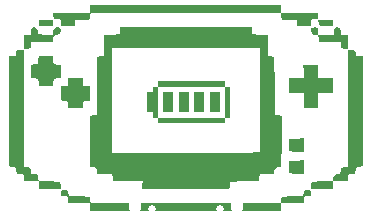
<source format=gbo>
%TF.GenerationSoftware,KiCad,Pcbnew,7.0.6*%
%TF.CreationDate,2023-09-04T13:51:19+12:00*%
%TF.ProjectId,GBA_lipo,4742415f-6c69-4706-9f2e-6b696361645f,rev?*%
%TF.SameCoordinates,Original*%
%TF.FileFunction,Legend,Bot*%
%TF.FilePolarity,Positive*%
%FSLAX46Y46*%
G04 Gerber Fmt 4.6, Leading zero omitted, Abs format (unit mm)*
G04 Created by KiCad (PCBNEW 7.0.6) date 2023-09-04 13:51:19*
%MOMM*%
%LPD*%
G01*
G04 APERTURE LIST*
%ADD10R,1.000000X1.000000*%
%ADD11O,1.000000X1.000000*%
%ADD12C,0.650000*%
%ADD13O,1.000000X1.600000*%
%ADD14O,1.000000X2.100000*%
G04 APERTURE END LIST*
G36*
X103314248Y-125467196D02*
G01*
X103315607Y-125684680D01*
X103533091Y-125686039D01*
X103750574Y-125687399D01*
X103750574Y-127000000D01*
X103750574Y-128312601D01*
X103533091Y-128313960D01*
X103315607Y-128315320D01*
X103314248Y-128532803D01*
X103312888Y-128750287D01*
X100468729Y-128750287D01*
X97624569Y-128750287D01*
X97624569Y-128531501D01*
X97624569Y-128312715D01*
X97405784Y-128312715D01*
X97186998Y-128312715D01*
X97186998Y-128093929D01*
X97186998Y-127875143D01*
X96968212Y-127875143D01*
X96749426Y-127875143D01*
X96749426Y-127000000D01*
X96749426Y-126124856D01*
X96968212Y-126124856D01*
X97186998Y-126124856D01*
X97186998Y-125906070D01*
X97186998Y-125687285D01*
X97405784Y-125687285D01*
X97624569Y-125687285D01*
X97624569Y-126999995D01*
X97624569Y-128312715D01*
X100466345Y-128312715D01*
X100519058Y-128312715D01*
X100729217Y-128312709D01*
X100929233Y-128312694D01*
X101119327Y-128312670D01*
X101299719Y-128312636D01*
X101470630Y-128312592D01*
X101632281Y-128312537D01*
X101784894Y-128312471D01*
X101928689Y-128312394D01*
X102063888Y-128312304D01*
X102190711Y-128312201D01*
X102309379Y-128312085D01*
X102420114Y-128311955D01*
X102523136Y-128311811D01*
X102618666Y-128311653D01*
X102706926Y-128311479D01*
X102788136Y-128311289D01*
X102862517Y-128311083D01*
X102930290Y-128310860D01*
X102991677Y-128310620D01*
X103046898Y-128310362D01*
X103096174Y-128310085D01*
X103139727Y-128309790D01*
X103177776Y-128309476D01*
X103210544Y-128309142D01*
X103238252Y-128308787D01*
X103261119Y-128308411D01*
X103279368Y-128308015D01*
X103293218Y-128307596D01*
X103302892Y-128307155D01*
X103308610Y-128306691D01*
X103310594Y-128306204D01*
X103310677Y-128305236D01*
X103310886Y-128295680D01*
X103311079Y-128276318D01*
X103311256Y-128247593D01*
X103311416Y-128209948D01*
X103311560Y-128163827D01*
X103311687Y-128109675D01*
X103311797Y-128047933D01*
X103311888Y-127979047D01*
X103311961Y-127903459D01*
X103312016Y-127821613D01*
X103312051Y-127733953D01*
X103312067Y-127640922D01*
X103312063Y-127542964D01*
X103312039Y-127440522D01*
X103311994Y-127334040D01*
X103311928Y-127223962D01*
X103311841Y-127110731D01*
X103311733Y-126994791D01*
X103310398Y-125689889D01*
X100467484Y-125688582D01*
X97624569Y-125687275D01*
X97624569Y-125468499D01*
X97624569Y-125249713D01*
X100468729Y-125249713D01*
X103312888Y-125249713D01*
X103314248Y-125467196D01*
G37*
G36*
X102875431Y-127000000D02*
G01*
X102875431Y-127875143D01*
X102437859Y-127875143D01*
X102000287Y-127875143D01*
X102000287Y-127000000D01*
X102000287Y-126124856D01*
X102437859Y-126124856D01*
X102875431Y-126124856D01*
X102875431Y-127000000D01*
G37*
G36*
X101562715Y-127000000D02*
G01*
X101562715Y-127875143D01*
X101125144Y-127875143D01*
X100687572Y-127875143D01*
X100687572Y-127000000D01*
X100687572Y-126124856D01*
X101125144Y-126124856D01*
X101562715Y-126124856D01*
X101562715Y-127000000D01*
G37*
G36*
X100250000Y-127000000D02*
G01*
X100250000Y-127875143D01*
X99812428Y-127875143D01*
X99374857Y-127875143D01*
X99374857Y-127000000D01*
X99374857Y-126124856D01*
X99812428Y-126124856D01*
X100250000Y-126124856D01*
X100250000Y-127000000D01*
G37*
G36*
X98937285Y-127000000D02*
G01*
X98937285Y-127875143D01*
X98499713Y-127875143D01*
X98062141Y-127875143D01*
X98062141Y-127000000D01*
X98062141Y-126124856D01*
X98499713Y-126124856D01*
X98937285Y-126124856D01*
X98937285Y-127000000D01*
G37*
G36*
X110484478Y-134425109D02*
G01*
X110573301Y-134499308D01*
X110590813Y-134680212D01*
X110574299Y-134858325D01*
X110487734Y-134934460D01*
X110276679Y-134949470D01*
X110252769Y-134949509D01*
X110054827Y-134966716D01*
X109976438Y-135053061D01*
X109962545Y-135263604D01*
X109962545Y-135577738D01*
X109020142Y-135577738D01*
X108077739Y-135577738D01*
X108077739Y-135891873D01*
X108077739Y-136206007D01*
X100000000Y-136206007D01*
X91922262Y-136206007D01*
X91922262Y-135891873D01*
X91922262Y-135577738D01*
X90979859Y-135577738D01*
X90037456Y-135577738D01*
X90037456Y-135263604D01*
X90037417Y-135239694D01*
X90020210Y-135041752D01*
X89933865Y-134963364D01*
X89723322Y-134949470D01*
X89515523Y-134935315D01*
X89426699Y-134861116D01*
X89409188Y-134680212D01*
X89425701Y-134502098D01*
X89512267Y-134425964D01*
X89723322Y-134410954D01*
X89931121Y-134425109D01*
X90019944Y-134499308D01*
X90037456Y-134680212D01*
X90069928Y-134873640D01*
X90149647Y-134960164D01*
X90189006Y-134962568D01*
X90387427Y-134969156D01*
X90696898Y-134976223D01*
X91069612Y-134982602D01*
X91877386Y-134994346D01*
X91905510Y-135286042D01*
X91933635Y-135577738D01*
X100000000Y-135577738D01*
X108066366Y-135577738D01*
X108094490Y-135286042D01*
X108122615Y-134994346D01*
X108952827Y-134983127D01*
X109142119Y-134980311D01*
X109489501Y-134973683D01*
X109748192Y-134966773D01*
X109872792Y-134960689D01*
X109873228Y-134960631D01*
X109936323Y-134873221D01*
X109962545Y-134680212D01*
X109979058Y-134502098D01*
X110065624Y-134425964D01*
X110276679Y-134410954D01*
X110484478Y-134425109D01*
G37*
G36*
X108104004Y-130308847D02*
G01*
X108085392Y-132481272D01*
X107789870Y-132526148D01*
X107628968Y-132560606D01*
X107518862Y-132649403D01*
X107494347Y-132837695D01*
X107494347Y-133104366D01*
X106866078Y-133107322D01*
X106237810Y-133110279D01*
X106209871Y-133399109D01*
X106181933Y-133687939D01*
X104953334Y-133712874D01*
X103724735Y-133737809D01*
X103710545Y-134007067D01*
X103698375Y-134213153D01*
X103688107Y-134344635D01*
X103668544Y-134351389D01*
X103503758Y-134364584D01*
X103186881Y-134375574D01*
X102736676Y-134384132D01*
X102171908Y-134390032D01*
X101511341Y-134393047D01*
X100773737Y-134392949D01*
X99977863Y-134389511D01*
X96275866Y-134366078D01*
X96304881Y-134029505D01*
X96333895Y-133692933D01*
X95076168Y-133692933D01*
X93818441Y-133692933D01*
X93790316Y-133401237D01*
X93762191Y-133109541D01*
X93133923Y-133109541D01*
X92505654Y-133109541D01*
X92505654Y-132840283D01*
X92494420Y-132690657D01*
X92414551Y-132579180D01*
X92210131Y-132526148D01*
X91914608Y-132481272D01*
X91904249Y-131272089D01*
X93762191Y-131272089D01*
X99988990Y-131293288D01*
X100605061Y-131295140D01*
X101905557Y-131297149D01*
X103039902Y-131296027D01*
X104006191Y-131291796D01*
X104802522Y-131284477D01*
X105426989Y-131274090D01*
X105877688Y-131260657D01*
X106152716Y-131244199D01*
X106250167Y-131224735D01*
X106250678Y-131222912D01*
X106256959Y-131105329D01*
X106261908Y-130827275D01*
X106265482Y-130406479D01*
X106267636Y-129860674D01*
X106268326Y-129207591D01*
X106267510Y-128464960D01*
X106265141Y-127650512D01*
X106261178Y-126781979D01*
X106237810Y-122428975D01*
X100000000Y-122428975D01*
X93762191Y-122428975D01*
X93762191Y-126850532D01*
X93762191Y-131272089D01*
X91904249Y-131272089D01*
X91895997Y-130308847D01*
X91877386Y-128136423D01*
X92173801Y-128109907D01*
X92470217Y-128083392D01*
X92487936Y-125615194D01*
X92505654Y-123146996D01*
X92797350Y-123118872D01*
X93089046Y-123090747D01*
X93089046Y-122202839D01*
X93089046Y-121314931D01*
X93735408Y-121288561D01*
X94381769Y-121262191D01*
X94386115Y-120948056D01*
X94390460Y-120633922D01*
X100000000Y-120633922D01*
X105609541Y-120633922D01*
X105613886Y-120948056D01*
X105618231Y-121262191D01*
X106264593Y-121288561D01*
X106910954Y-121314931D01*
X106910954Y-122202839D01*
X106910954Y-123090747D01*
X107202651Y-123118872D01*
X107494347Y-123146996D01*
X107512065Y-125615194D01*
X107529783Y-128083392D01*
X107826199Y-128109907D01*
X108122615Y-128136423D01*
X108113438Y-129207591D01*
X108104004Y-130308847D01*
G37*
G36*
X114239782Y-122577763D02*
G01*
X114339691Y-122657490D01*
X114377176Y-122855300D01*
X114408038Y-123040356D01*
X114495043Y-123121184D01*
X114696997Y-123118817D01*
X114988693Y-123090637D01*
X114988693Y-127757830D01*
X114988693Y-132425022D01*
X114696997Y-132453147D01*
X114537704Y-132478787D01*
X114420691Y-132567353D01*
X114377176Y-132772968D01*
X114344168Y-132960038D01*
X114251452Y-133047251D01*
X114040604Y-133064664D01*
X114020313Y-133064695D01*
X113824218Y-133081850D01*
X113746169Y-133168215D01*
X113732156Y-133378798D01*
X113732156Y-133692933D01*
X113103887Y-133692933D01*
X112475619Y-133692933D01*
X112475619Y-134007067D01*
X112475619Y-134321201D01*
X111527529Y-134321201D01*
X110579440Y-134321201D01*
X110607565Y-134029505D01*
X110635689Y-133737809D01*
X111550197Y-133712291D01*
X112464705Y-133686774D01*
X112492600Y-133398157D01*
X112521842Y-133222375D01*
X112609218Y-133132368D01*
X112812191Y-133122650D01*
X112813322Y-133122701D01*
X113010130Y-133116132D01*
X113089294Y-133036574D01*
X113103887Y-132830954D01*
X113103912Y-132813000D01*
X113121031Y-132618079D01*
X113207410Y-132540241D01*
X113418022Y-132526148D01*
X113732156Y-132526148D01*
X113732156Y-127544876D01*
X113732156Y-122563604D01*
X114040604Y-122563604D01*
X114239782Y-122577763D01*
G37*
G36*
X86267845Y-127544876D02*
G01*
X86267845Y-132526148D01*
X86581979Y-132526148D01*
X86602759Y-132526178D01*
X86802407Y-132543036D01*
X86881855Y-132627891D01*
X86896113Y-132834792D01*
X86896122Y-132846106D01*
X86911452Y-133047180D01*
X86991300Y-133123260D01*
X87187810Y-133126489D01*
X87369062Y-133128263D01*
X87469677Y-133200399D01*
X87507401Y-133398157D01*
X87535296Y-133686774D01*
X88449804Y-133712291D01*
X89364311Y-133737809D01*
X89392436Y-134029505D01*
X89420561Y-134321201D01*
X88472471Y-134321201D01*
X87524382Y-134321201D01*
X87524382Y-134007067D01*
X87524382Y-133692933D01*
X86896113Y-133692933D01*
X86267845Y-133692933D01*
X86267845Y-133378798D01*
X86267815Y-133358134D01*
X86250970Y-133158423D01*
X86166168Y-133078936D01*
X85959397Y-133064664D01*
X85760219Y-133050506D01*
X85660310Y-132970778D01*
X85622825Y-132772968D01*
X85597185Y-132613675D01*
X85508619Y-132496662D01*
X85303004Y-132453147D01*
X85011308Y-132425022D01*
X85011308Y-127757830D01*
X85011308Y-123090637D01*
X85303004Y-123118817D01*
X85490550Y-123123916D01*
X85586526Y-123053976D01*
X85622825Y-122855300D01*
X85655833Y-122668230D01*
X85748549Y-122581017D01*
X85959397Y-122563604D01*
X86267845Y-122563604D01*
X86267845Y-127544876D01*
G37*
G36*
X109962747Y-132507811D02*
G01*
X109962545Y-133072866D01*
X109356714Y-133046327D01*
X108750884Y-133019788D01*
X108724191Y-132511242D01*
X108697499Y-132002696D01*
X109330224Y-131972726D01*
X109962949Y-131942756D01*
X109962747Y-132507811D01*
G37*
G36*
X109962949Y-130641343D02*
G01*
X109962949Y-131224735D01*
X109334478Y-131194932D01*
X108706007Y-131165128D01*
X108706007Y-130641343D01*
X108706007Y-130117557D01*
X109334478Y-130087754D01*
X109962949Y-130057950D01*
X109962949Y-130641343D01*
G37*
G36*
X111219082Y-124403533D02*
G01*
X111219082Y-124986926D01*
X111847350Y-124986926D01*
X112475619Y-124986926D01*
X112475619Y-125615194D01*
X112475619Y-126243463D01*
X111847350Y-126243463D01*
X111219082Y-126243463D01*
X111219082Y-126871731D01*
X111219082Y-127500000D01*
X110590813Y-127500000D01*
X109962545Y-127500000D01*
X109962545Y-126871731D01*
X109962545Y-126243463D01*
X109334276Y-126243463D01*
X108706007Y-126243463D01*
X108706007Y-125619126D01*
X108706007Y-124994790D01*
X109351091Y-124968420D01*
X109996175Y-124942049D01*
X109973011Y-124381095D01*
X109949847Y-123820141D01*
X110584464Y-123820141D01*
X111219082Y-123820141D01*
X111219082Y-124403533D01*
G37*
G36*
X91293993Y-125301060D02*
G01*
X91294032Y-125324970D01*
X91311240Y-125522912D01*
X91397585Y-125601300D01*
X91608128Y-125615194D01*
X91922262Y-125615194D01*
X91922262Y-126243463D01*
X91922262Y-126871731D01*
X91608128Y-126871731D01*
X91584217Y-126871770D01*
X91386275Y-126888978D01*
X91307887Y-126975323D01*
X91293993Y-127185866D01*
X91293993Y-127500000D01*
X90671411Y-127500000D01*
X90048829Y-127500000D01*
X90020705Y-127208304D01*
X89995065Y-127049011D01*
X89906499Y-126931998D01*
X89700884Y-126888483D01*
X89409188Y-126860358D01*
X89409188Y-126237776D01*
X89409188Y-125615194D01*
X89723322Y-125615194D01*
X89747232Y-125615155D01*
X89945174Y-125597948D01*
X90023562Y-125511603D01*
X90037456Y-125301060D01*
X90037456Y-124986926D01*
X90665725Y-124986926D01*
X91293993Y-124986926D01*
X91293993Y-125301060D01*
G37*
G36*
X88780919Y-123461131D02*
G01*
X88781622Y-123567066D01*
X88804541Y-123742165D01*
X88893924Y-123809273D01*
X89095053Y-123820141D01*
X89409188Y-123820141D01*
X89409188Y-124403533D01*
X89409188Y-124986926D01*
X89095053Y-124986926D01*
X89071143Y-124986965D01*
X88873201Y-125004172D01*
X88794813Y-125090517D01*
X88780919Y-125301060D01*
X88780919Y-125615194D01*
X88152651Y-125615194D01*
X87524382Y-125615194D01*
X87524382Y-125301060D01*
X87524343Y-125277150D01*
X87507136Y-125079208D01*
X87420790Y-125000820D01*
X87210248Y-124986926D01*
X86896113Y-124986926D01*
X86896113Y-124409220D01*
X86896113Y-123831514D01*
X87187810Y-123803390D01*
X87196876Y-123802504D01*
X87386397Y-123764325D01*
X87472998Y-123662336D01*
X87507362Y-123438692D01*
X87535218Y-123102120D01*
X88158068Y-123102120D01*
X88780919Y-123102120D01*
X88780919Y-123461131D01*
G37*
G36*
X113012743Y-120695312D02*
G01*
X113088877Y-120781878D01*
X113103887Y-120992933D01*
X113103926Y-121016843D01*
X113121134Y-121214785D01*
X113207479Y-121293173D01*
X113418022Y-121307067D01*
X113732156Y-121307067D01*
X113732156Y-121890459D01*
X113732156Y-122473851D01*
X113418022Y-122473851D01*
X113406980Y-122473842D01*
X113202039Y-122458009D01*
X113119286Y-122377381D01*
X113103887Y-122180804D01*
X113103887Y-121887757D01*
X112183923Y-121889108D01*
X111263958Y-121890459D01*
X111235833Y-121598763D01*
X111207708Y-121307067D01*
X111886540Y-121307067D01*
X112565371Y-121307067D01*
X112565371Y-120992933D01*
X112579526Y-120785134D01*
X112653725Y-120696310D01*
X112834629Y-120678798D01*
X113012743Y-120695312D01*
G37*
G36*
X89140184Y-120678893D02*
G01*
X89330554Y-120695773D01*
X89398113Y-120776448D01*
X89392436Y-120970495D01*
X89367436Y-121127221D01*
X89280104Y-121245999D01*
X89077907Y-121289921D01*
X88929839Y-121313335D01*
X88808595Y-121400372D01*
X88763773Y-121604055D01*
X88736043Y-121890459D01*
X87816078Y-121887521D01*
X86896113Y-121884583D01*
X86896113Y-122179217D01*
X86896102Y-122190561D01*
X86879107Y-122382244D01*
X86792684Y-122459524D01*
X86581979Y-122473851D01*
X86267845Y-122473851D01*
X86267845Y-121890459D01*
X86267845Y-121307067D01*
X86581979Y-121307067D01*
X86605889Y-121307028D01*
X86803831Y-121289821D01*
X86882220Y-121203475D01*
X86896113Y-120992933D01*
X86909845Y-120787403D01*
X86982510Y-120696899D01*
X87159685Y-120678798D01*
X87305994Y-120689680D01*
X87410637Y-120768140D01*
X87451381Y-120970495D01*
X87479506Y-121262191D01*
X88130212Y-121288561D01*
X88780919Y-121314931D01*
X88780919Y-120996865D01*
X88781010Y-120960054D01*
X88799350Y-120767567D01*
X88887710Y-120691932D01*
X89100740Y-120678798D01*
X89140184Y-120678893D01*
G37*
G36*
X111108729Y-120692529D02*
G01*
X111200443Y-120763060D01*
X111219082Y-120933098D01*
X111202051Y-121122463D01*
X111155126Y-121251352D01*
X111059483Y-121286355D01*
X110863430Y-121288749D01*
X110776441Y-121272578D01*
X110656197Y-121181961D01*
X110607565Y-120970495D01*
X110604199Y-120934511D01*
X110605823Y-120759397D01*
X110687651Y-120690685D01*
X110899261Y-120678798D01*
X111108729Y-120692529D01*
G37*
G36*
X112475619Y-120323889D02*
G01*
X112475619Y-120597247D01*
X111869788Y-120570708D01*
X111738056Y-120564666D01*
X111469788Y-120544262D01*
X111324456Y-120504908D01*
X111260299Y-120428603D01*
X111235558Y-120297350D01*
X111207158Y-120050530D01*
X111841389Y-120050530D01*
X112475619Y-120050530D01*
X112475619Y-120323889D01*
G37*
G36*
X108077739Y-119108127D02*
G01*
X108077739Y-119422261D01*
X109648410Y-119422261D01*
X111219082Y-119422261D01*
X111219082Y-119691519D01*
X111202568Y-119869633D01*
X111116002Y-119945767D01*
X110904947Y-119960777D01*
X110881037Y-119960816D01*
X110683095Y-119978024D01*
X110604707Y-120064369D01*
X110590813Y-120274912D01*
X110590813Y-120589046D01*
X110013107Y-120589046D01*
X109435402Y-120589046D01*
X109407277Y-120299023D01*
X109379152Y-120008999D01*
X108750884Y-120007326D01*
X108122615Y-120005654D01*
X108094490Y-119713957D01*
X108066366Y-119422261D01*
X100000000Y-119422261D01*
X91933635Y-119422261D01*
X91905510Y-119713957D01*
X91901964Y-119750886D01*
X91880798Y-119886528D01*
X91825568Y-119968704D01*
X91699929Y-120011987D01*
X91467538Y-120030953D01*
X91092050Y-120040177D01*
X91050433Y-120041023D01*
X90778046Y-120052232D01*
X90636978Y-120086823D01*
X90584023Y-120168205D01*
X90575972Y-120319788D01*
X90575972Y-120589046D01*
X89992580Y-120589046D01*
X89409188Y-120589046D01*
X89409188Y-120274912D01*
X89409149Y-120251001D01*
X89391941Y-120053059D01*
X89305596Y-119974671D01*
X89095053Y-119960777D01*
X88887254Y-119946623D01*
X88798431Y-119872423D01*
X88780919Y-119691519D01*
X88780919Y-119422261D01*
X90351590Y-119422261D01*
X91922262Y-119422261D01*
X91922262Y-119108127D01*
X91922262Y-118793993D01*
X100000000Y-118793993D01*
X108077739Y-118793993D01*
X108077739Y-119108127D01*
G37*
G36*
X88780919Y-120319788D02*
G01*
X88780919Y-120589046D01*
X88152651Y-120589046D01*
X87524382Y-120589046D01*
X87524382Y-120319788D01*
X87524382Y-120050530D01*
X88152651Y-120050530D01*
X88780919Y-120050530D01*
X88780919Y-120319788D01*
G37*
%LPC*%
D10*
X117200000Y-120210000D03*
D11*
X117200000Y-118940000D03*
D12*
X102890000Y-136090000D03*
X97110000Y-136090000D03*
D13*
X95680000Y-139740000D03*
X104320000Y-139740000D03*
D14*
X104320000Y-135560000D03*
X95680000Y-135560000D03*
D10*
X83200000Y-120410000D03*
D11*
X83200000Y-119140000D03*
%LPD*%
M02*

</source>
